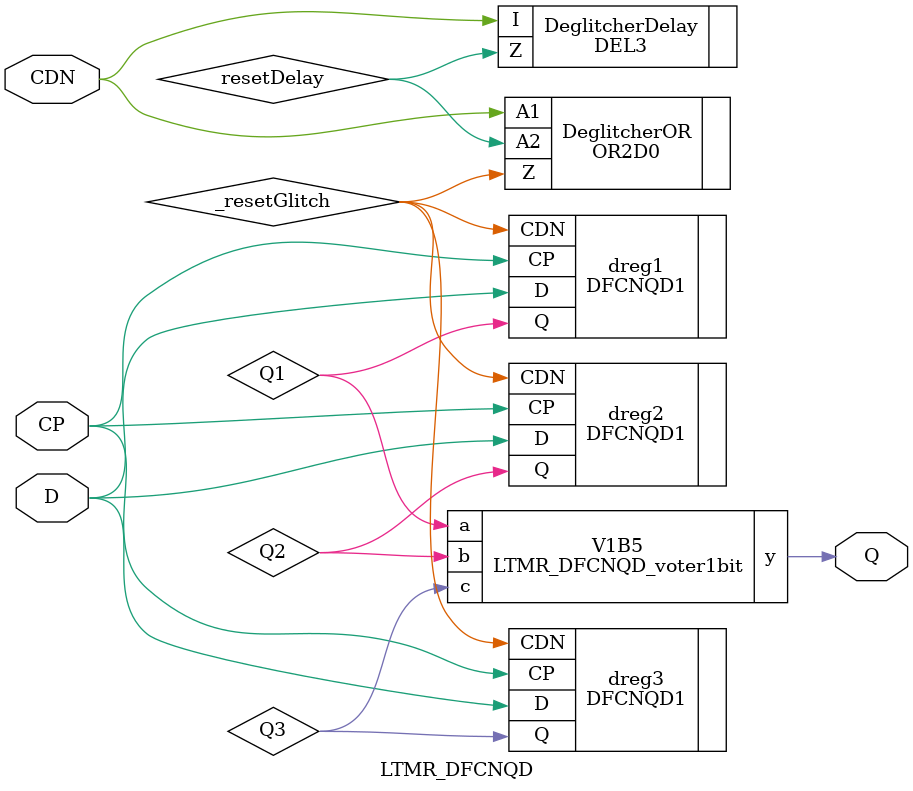
<source format=v>

module LTMR_DFCNQD_voter1bit(a, b, c, y);
  input a, b, c;
  output y;
  wire a, b, c;
  wire y;
  wire or1, z1, z2, z3;
  CKAN2D0 AND1(.A1 (a), .A2 (b), .Z (z1));
  CKAN2D0 AND2(.A1 (b), .A2 (c), .Z (z2));
  CKAN2D0 AND3(.A1 (c), .A2 (a), .Z (z3));
  OR2D0 OR1(.A1 (z1), .A2 (z2), .Z (or1));
  OR2D0 OR2(.A1 (or1), .A2 (z3), .Z (y));
endmodule

module LTMR_DFCNQD (D, CP, CDN, Q);
  input D, CP, CDN;
  output Q;
  wire CP, CDN, D;
  wire Q;
  wire Q1, Q2, Q3, _resetGlitch, resetDelay, QN1, QN2, QN3;
  LTMR_DFCNQD_voter1bit V1B5(.a (Q1), .b (Q2), .c (Q3), .y (Q));
  DEL3 DeglitcherDelay(.I (CDN), .Z (resetDelay));
  OR2D0 DeglitcherOR(.A1 (CDN), .A2 (resetDelay), .Z (_resetGlitch));
  DFCNQD1 dreg1(.CDN (_resetGlitch), .CP (CP), .D (D), .Q (Q1));
  DFCNQD1 dreg2(.CDN (_resetGlitch), .CP (CP), .D (D), .Q (Q2));
  DFCNQD1 dreg3(.CDN (_resetGlitch), .CP (CP), .D (D), .Q (Q3));
  
  // synopsys dc_script_begin
  // set_dont_touch DeglitcherDelay
  // synopsys dc_script_end
    
endmodule
</source>
